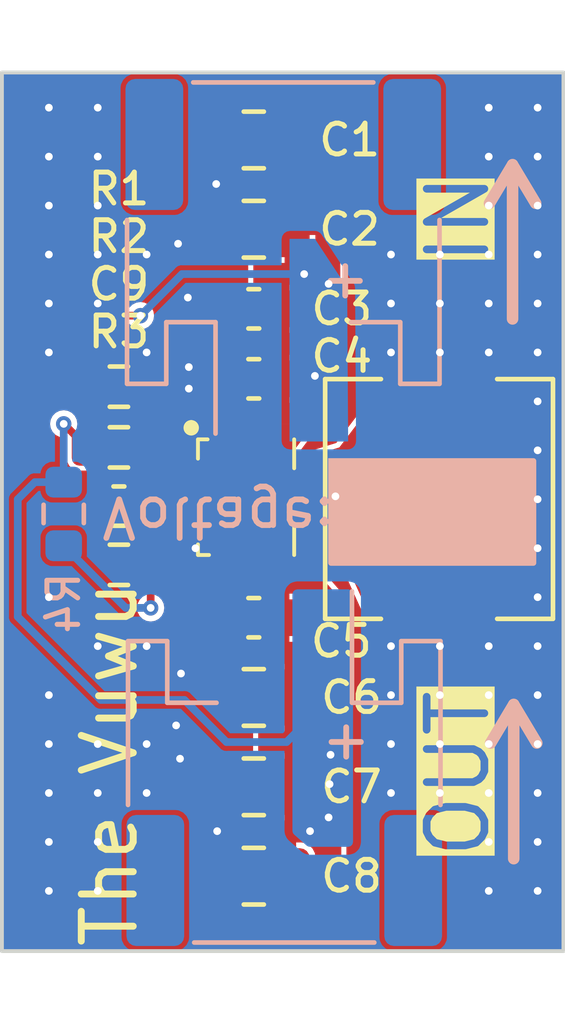
<source format=kicad_pcb>
(kicad_pcb (version 20221018) (generator pcbnew)
  (layers (0 "F.Cu" signal) (31 "B.Cu" signal) (34 "B.Paste" user) (35 "F.Paste" user) (36 "B.SilkS" user "B.Silkscreen") (37 "F.SilkS" user "F.Silkscreen") (38 "B.Mask" user) (39 "F.Mask" user) (44 "Edge.Cuts" user))
  (net 0 "")
  (net 1 "GND")
  (net 2 "/VIN")
  (net 3 "/VOUT")
  (net 4 "/VAUX")
  (net 5 "/EN")
  (net 6 "/FB")
  (net 7 "/L2")
  (net 8 "/L1")
  (net 9 "/PG")
  (footprint "Capacitor_SMD:C_0805_2012Metric" (layer "F.Cu") (at 45.2242 31.6484 180)
    (fp_text reference "C1" (at -2.4892 0) (layer "F.SilkS") (effects (font (size 0.8 0.8) (thickness 0.13))))
    (fp_text value "10uF")
    (fp_line (start -0.261252 -0.735) (end 0.261252 -0.735) (stroke (width 0.12)) (layer "F.SilkS"))
    (fp_line (start -0.261252 0.735) (end 0.261252 0.735) (stroke (width 0.12)) (layer "F.SilkS"))
    (pad "1" smd roundrect (at -0.95 0 180) (size 1 1.45) (layers "F.Cu" "F.Paste" "F.Mask") (net 2 "/VIN"))
    (pad "2" smd roundrect (at 0.95 0 180) (size 1 1.45) (layers "F.Cu" "F.Paste" "F.Mask") (net 1 "GND"))
  )
  (footprint "Capacitor_SMD:C_0805_2012Metric" (layer "F.Cu") (at 45.2242 33.964266 180)
    (fp_text reference "C2" (at -2.4892 0) (layer "F.SilkS") (effects (font (size 0.8 0.8) (thickness 0.13))))
    (fp_text value "10uF")
    (fp_line (start -0.261252 -0.735) (end 0.261252 -0.735) (stroke (width 0.12)) (layer "F.SilkS"))
    (fp_line (start -0.261252 0.735) (end 0.261252 0.735) (stroke (width 0.12)) (layer "F.SilkS"))
    (pad "1" smd roundrect (at -0.95 0 180) (size 1 1.45) (layers "F.Cu" "F.Paste" "F.Mask") (net 2 "/VIN"))
    (pad "2" smd roundrect (at 0.95 0 180) (size 1 1.45) (layers "F.Cu" "F.Paste" "F.Mask") (net 1 "GND"))
  )
  (footprint "Capacitor_SMD:C_0805_2012Metric" (layer "F.Cu") (at 45.2242 46.112133 180)
    (fp_text reference "C6" (at -2.54 0) (layer "F.SilkS") (effects (font (size 0.8 0.8) (thickness 0.13))))
    (fp_text value "22uF")
    (fp_line (start -0.261252 -0.735) (end 0.261252 -0.735) (stroke (width 0.12)) (layer "F.SilkS"))
    (fp_line (start -0.261252 0.735) (end 0.261252 0.735) (stroke (width 0.12)) (layer "F.SilkS"))
    (pad "1" smd roundrect (at -0.95 0 180) (size 1 1.45) (layers "F.Cu" "F.Paste" "F.Mask") (net 3 "/VOUT"))
    (pad "2" smd roundrect (at 0.95 0 180) (size 1 1.45) (layers "F.Cu" "F.Paste" "F.Mask") (net 1 "GND"))
  )
  (footprint "Capacitor_SMD:C_0603_1608Metric" (layer "F.Cu") (at 45.2242 36.030132 180)
    (fp_text reference "C3" (at -2.286 0) (layer "F.SilkS") (effects (font (size 0.8 0.8) (thickness 0.13))))
    (fp_text value "10uF")
    (fp_line (start -0.14058 -0.51) (end 0.14058 -0.51) (stroke (width 0.12)) (layer "F.SilkS"))
    (fp_line (start -0.14058 0.51) (end 0.14058 0.51) (stroke (width 0.12)) (layer "F.SilkS"))
    (pad "1" smd roundrect (at -0.775 0 180) (size 0.9 0.95) (layers "F.Cu" "F.Paste" "F.Mask") (net 2 "/VIN"))
    (pad "2" smd roundrect (at 0.775 0 180) (size 0.9 0.95) (layers "F.Cu" "F.Paste" "F.Mask") (net 1 "GND"))
  )
  (footprint "Resistor_SMD:R_0603_1608Metric" (layer "F.Cu") (at 41.719 38.0492)
    (fp_text reference "R1" (at 0 -5.1308) (layer "F.SilkS") (effects (font (size 0.8 0.8) (thickness 0.13))))
    (fp_text value "10k")
    (fp_line (start -0.237258 -0.5225) (end 0.237258 -0.5225) (stroke (width 0.12)) (layer "F.SilkS"))
    (fp_line (start -0.237258 0.5225) (end 0.237258 0.5225) (stroke (width 0.12)) (layer "F.SilkS"))
    (pad "1" smd roundrect (at -0.825 0) (size 0.8 0.95) (layers "F.Cu" "F.Paste" "F.Mask") (net 2 "/VIN"))
    (pad "2" smd roundrect (at 0.825 0) (size 0.8 0.95) (layers "F.Cu" "F.Paste" "F.Mask") (net 5 "/EN"))
  )
  (footprint "Capacitor_SMD:C_0603_1608Metric" (layer "F.Cu") (at 45.2242 37.846 180)
    (fp_text reference "C4" (at -2.286 0.5842) (layer "F.SilkS") (effects (font (size 0.8 0.8) (thickness 0.13))))
    (fp_text value "100n")
    (fp_line (start -0.14058 -0.51) (end 0.14058 -0.51) (stroke (width 0.12)) (layer "F.SilkS"))
    (fp_line (start -0.14058 0.51) (end 0.14058 0.51) (stroke (width 0.12)) (layer "F.SilkS"))
    (pad "1" smd roundrect (at -0.775 0 180) (size 0.9 0.95) (layers "F.Cu" "F.Paste" "F.Mask") (net 2 "/VIN"))
    (pad "2" smd roundrect (at 0.775 0 180) (size 0.9 0.95) (layers "F.Cu" "F.Paste" "F.Mask") (net 1 "GND"))
  )
  (footprint "Resistor_SMD:R_0603_1608Metric" (layer "F.Cu") (at 41.719 42.672 180)
    (fp_text reference "R3" (at 0 6.0452) (layer "F.SilkS") (effects (font (size 0.8 0.8) (thickness 0.13))))
    (fp_text value "10k")
    (fp_line (start -0.237258 -0.5225) (end 0.237258 -0.5225) (stroke (width 0.12)) (layer "F.SilkS"))
    (fp_line (start -0.237258 0.5225) (end 0.237258 0.5225) (stroke (width 0.12)) (layer "F.SilkS"))
    (pad "1" smd roundrect (at -0.825 0 180) (size 0.8 0.95) (layers "F.Cu" "F.Paste" "F.Mask") (net 6 "/FB"))
    (pad "2" smd roundrect (at 0.825 0 180) (size 0.8 0.95) (layers "F.Cu" "F.Paste" "F.Mask") (net 1 "GND"))
  )
  (footprint "Capacitor_SMD:C_0603_1608Metric" (layer "F.Cu") (at 45.2242 44.0436 180)
    (fp_text reference "C5" (at -2.2738 -0.6096) (layer "F.SilkS") (effects (font (size 0.8 0.8) (thickness 0.13))))
    (fp_text value "10uF")
    (fp_line (start -0.14058 -0.51) (end 0.14058 -0.51) (stroke (width 0.12)) (layer "F.SilkS"))
    (fp_line (start -0.14058 0.51) (end 0.14058 0.51) (stroke (width 0.12)) (layer "F.SilkS"))
    (pad "1" smd roundrect (at -0.775 0 180) (size 0.9 0.95) (layers "F.Cu" "F.Paste" "F.Mask") (net 3 "/VOUT"))
    (pad "2" smd roundrect (at 0.775 0 180) (size 0.9 0.95) (layers "F.Cu" "F.Paste" "F.Mask") (net 1 "GND"))
  )
  (footprint "Capacitor_SMD:C_0805_2012Metric" (layer "F.Cu") (at 45.2242 48.430666 180)
    (fp_text reference "C7" (at -2.54 0) (layer "F.SilkS") (effects (font (size 0.8 0.8) (thickness 0.13))))
    (fp_text value "22uF")
    (fp_line (start -0.261252 -0.735) (end 0.261252 -0.735) (stroke (width 0.12)) (layer "F.SilkS"))
    (fp_line (start -0.261252 0.735) (end 0.261252 0.735) (stroke (width 0.12)) (layer "F.SilkS"))
    (pad "1" smd roundrect (at -0.95 0 180) (size 1 1.45) (layers "F.Cu" "F.Paste" "F.Mask") (net 3 "/VOUT"))
    (pad "2" smd roundrect (at 0.95 0 180) (size 1 1.45) (layers "F.Cu" "F.Paste" "F.Mask") (net 1 "GND"))
  )
  (footprint "Capacitor_SMD:C_0603_1608Metric" (layer "F.Cu") (at 41.719 41.148 180)
    (fp_text reference "C9" (at 0 5.757334) (layer "F.SilkS") (effects (font (size 0.8 0.8) (thickness 0.13))))
    (fp_text value "100n")
    (fp_line (start -0.14058 -0.51) (end 0.14058 -0.51) (stroke (width 0.12)) (layer "F.SilkS"))
    (fp_line (start -0.14058 0.51) (end 0.14058 0.51) (stroke (width 0.12)) (layer "F.SilkS"))
    (pad "1" smd roundrect (at -0.775 0 180) (size 0.9 0.95) (layers "F.Cu" "F.Paste" "F.Mask") (net 4 "/VAUX"))
    (pad "2" smd roundrect (at 0.775 0 180) (size 0.9 0.95) (layers "F.Cu" "F.Paste" "F.Mask") (net 1 "GND"))
  )
  (footprint "Inductor_SMD:L_Chilisin_BMRA00050530" (layer "F.Cu") (at 50.038 40.9628 -90)
    (fp_text reference "L1" hide)
    (fp_text value "1.5uH")
    (fp_line (start -3.11 -2.96) (end -3.11 -1.51) (stroke (width 0.12)) (layer "F.SilkS"))
    (fp_line (start -3.11 -2.96) (end 3.11 -2.96) (stroke (width 0.12)) (layer "F.SilkS"))
    (fp_line (start -3.11 2.96) (end -3.11 1.51) (stroke (width 0.12)) (layer "F.SilkS"))
    (fp_line (start -3.11 2.96) (end 3.11 2.96) (stroke (width 0.12)) (layer "F.SilkS"))
    (fp_line (start 3.11 -2.96) (end 3.11 -1.51) (stroke (width 0.12)) (layer "F.SilkS"))
    (fp_line (start 3.11 2.96) (end 3.11 1.51) (stroke (width 0.12)) (layer "F.SilkS"))
    (pad "1" smd rect (at -2.05 0 270) (size 1.9 2.5) (layers "F.Cu" "F.Paste" "F.Mask") (net 8 "/L1"))
    (pad "2" smd rect (at 2.05 0 270) (size 1.9 2.5) (layers "F.Cu" "F.Paste" "F.Mask") (net 7 "/L2"))
  )
  (footprint "SamacSys:TPS630701RNMR" (layer "F.Cu") (at 44.4982 40.9164)
    (fp_text reference "IC1" hide)
    (fp_text value "TPS63070RNMR" hide)
    (fp_line (start -0.9 -1.9) (end -0.9 -1.9) (stroke (width 0.2)) (layer "F.SilkS"))
    (fp_line (start -0.9 -1.7) (end -0.9 -1.7) (stroke (width 0.2)) (layer "F.SilkS"))
    (fp_line (start -0.725 -1.5) (end -0.475 -1.5) (stroke (width 0.1)) (layer "F.SilkS"))
    (fp_line (start -0.725 -1) (end -0.725 -1.5) (stroke (width 0.1)) (layer "F.SilkS"))
    (fp_line (start -0.725 1.5) (end -0.725 1.225) (stroke (width 0.1)) (layer "F.SilkS"))
    (fp_line (start -0.438 1.5) (end -0.725 1.5) (stroke (width 0.1)) (layer "F.SilkS"))
    (fp_line (start 1.775 -1.5) (end 1.775 -0.75) (stroke (width 0.1)) (layer "F.SilkS"))
    (fp_line (start 1.775 0.75) (end 1.775 1.5) (stroke (width 0.1)) (layer "F.SilkS"))
    (fp_arc (start -0.9 -1.9) (mid -0.8 -1.8) (end -0.9 -1.7) (stroke (width 0.2)) (layer "F.SilkS"))
    (fp_arc (start -0.9 -1.7) (mid -1 -1.8) (end -0.9 -1.9) (stroke (width 0.2)) (layer "F.SilkS"))
    (pad "1" smd rect (at -0.438 -0.75 90) (size 0.25 0.6) (layers "F.Cu" "F.Paste" "F.Mask") (net 5 "/EN"))
    (pad "2" smd rect (at -0.438 -0.25 90) (size 0.25 0.6) (layers "F.Cu" "F.Paste" "F.Mask") (net 9 "/PG"))
    (pad "3" smd rect (at -0.438 0.25 90) (size 0.25 0.6) (layers "F.Cu" "F.Paste" "F.Mask") (net 4 "/VAUX"))
    (pad "4" smd rect (at -0.438 0.75 90) (size 0.25 0.6) (layers "F.Cu" "F.Paste" "F.Mask") (net 1 "GND"))
    (pad "5" smd rect (at -0.012 1.4) (size 0.25 0.6) (layers "F.Cu" "F.Paste" "F.Mask") (net 6 "/FB"))
    (pad "6" smd rect (at 0.488 1.4) (size 0.25 0.6) (layers "F.Cu" "F.Paste" "F.Mask") (net 1 "GND"))
    (pad "7" smd rect (at 0.988 1.4) (size 0.25 0.6) (layers "F.Cu" "F.Paste" "F.Mask") (net 3 "/VOUT"))
    (pad "7" smd rect (at 1.238 1.225) (size 0.25 0.25) (layers "F.Cu" "F.Paste" "F.Mask") (net 3 "/VOUT"))
    (pad "8" smd rect (at 1.488 1.4) (size 0.25 0.6) (layers "F.Cu" "F.Paste" "F.Mask") (net 3 "/VOUT"))
    (pad "9" smd rect (at 1.488 0.5 90) (size 0.25 1.35) (layers "F.Cu" "F.Paste" "F.Mask") (net 7 "/L2"))
    (pad "10" smd rect (at 1.313 0 90) (size 0.25 1.7) (layers "F.Cu" "F.Paste" "F.Mask") (net 1 "GND"))
    (pad "11" smd rect (at 1.488 -0.5 90) (size 0.25 1.35) (layers "F.Cu" "F.Paste" "F.Mask") (net 8 "/L1"))
    (pad "12" smd rect (at 1.238 -1.225) (size 0.25 0.25) (layers "F.Cu" "F.Paste" "F.Mask") (net 2 "/VIN"))
    (pad "12" smd rect (at 1.488 -1.4) (size 0.25 0.6) (layers "F.Cu" "F.Paste" "F.Mask") (net 2 "/VIN"))
    (pad "13" smd rect (at 0.988 -1.4) (size 0.25 0.6) (layers "F.Cu" "F.Paste" "F.Mask") (net 2 "/VIN"))
    (pad "14" smd rect (at 0.488 -1.4) (size 0.25 0.6) (layers "F.Cu" "F.Paste" "F.Mask") (net 5 "/EN"))
    (pad "15" smd rect (at -0.012 -1.4) (size 0.25 0.6) (layers "F.Cu" "F.Paste" "F.Mask") (net 1 "GND"))
  )
  (footprint "Capacitor_SMD:C_0805_2012Metric" (layer "F.Cu") (at 45.2242 50.7492 180)
    (fp_text reference "C8" (at -2.54 0) (layer "F.SilkS") (effects (font (size 0.8 0.8) (thickness 0.13))))
    (fp_text value "22uF")
    (fp_line (start -0.261252 -0.735) (end 0.261252 -0.735) (stroke (width 0.12)) (layer "F.SilkS"))
    (fp_line (start -0.261252 0.735) (end 0.261252 0.735) (stroke (width 0.12)) (layer "F.SilkS"))
    (pad "1" smd roundrect (at -0.95 0 180) (size 1 1.45) (layers "F.Cu" "F.Paste" "F.Mask") (net 3 "/VOUT"))
    (pad "2" smd roundrect (at 0.95 0 180) (size 1 1.45) (layers "F.Cu" "F.Paste" "F.Mask") (net 1 "GND"))
  )
  (footprint "Resistor_SMD:R_0603_1608Metric" (layer "F.Cu") (at 41.719 39.624)
    (fp_text reference "R2" (at 0 -5.469467) (layer "F.SilkS") (effects (font (size 0.8 0.8) (thickness 0.13))))
    (fp_text value "100k")
    (fp_line (start -0.237258 -0.5225) (end 0.237258 -0.5225) (stroke (width 0.12)) (layer "F.SilkS"))
    (fp_line (start -0.237258 0.5225) (end 0.237258 0.5225) (stroke (width 0.12)) (layer "F.SilkS"))
    (pad "1" smd roundrect (at -0.825 0) (size 0.8 0.95) (layers "F.Cu" "F.Paste" "F.Mask") (net 3 "/VOUT"))
    (pad "2" smd roundrect (at 0.825 0) (size 0.8 0.95) (layers "F.Cu" "F.Paste" "F.Mask") (net 9 "/PG"))
  )
  (footprint "Connector_JST:JST_PH_S2B-PH-SM4-TB_1x02-1MP_P2.00mm_Horizontal" (layer "B.Cu") (at 46.0154 47.9604 180)
    (fp_text reference "J2" hide)
    (fp_text value "OUTPUT")
    (fp_line (start -4.06 -0.94) (end -4.06 3.31) (stroke (width 0.12)) (layer "B.SilkS"))
    (fp_line (start -4.06 3.31) (end -3.04 3.31) (stroke (width 0.12)) (layer "B.SilkS"))
    (fp_line (start -3.04 1.71) (end -1.76 1.71) (stroke (width 0.12)) (layer "B.SilkS"))
    (fp_line (start -3.04 3.31) (end -3.04 1.71) (stroke (width 0.12)) (layer "B.SilkS"))
    (fp_line (start -2.34 -4.51) (end 2.34 -4.51) (stroke (width 0.12)) (layer "B.SilkS"))
    (fp_line (start -1.76 1.71) (end -1.76 4.6) (stroke (width 0.12)) (layer "B.SilkS"))
    (fp_line (start 3.04 1.71) (end 1.76 1.71) (stroke (width 0.12)) (layer "B.SilkS"))
    (fp_line (start 3.04 3.31) (end 3.04 1.71) (stroke (width 0.12)) (layer "B.SilkS"))
    (fp_line (start 4.06 -0.94) (end 4.06 3.31) (stroke (width 0.12)) (layer "B.SilkS"))
    (fp_line (start 4.06 3.31) (end 3.04 3.31) (stroke (width 0.12)) (layer "B.SilkS"))
    (pad "1" smd roundrect (at -1 2.85 180) (size 1 3.5) (layers "B.Cu" "B.Paste" "B.Mask") (net 3 "/VOUT"))
    (pad "2" smd roundrect (at 1 2.85 180) (size 1 3.5) (layers "B.Cu" "B.Paste" "B.Mask") (net 1 "GND"))
    (pad "MP" smd roundrect (at -3.35 -2.9 180) (size 1.5 3.4) (layers "B.Cu" "B.Paste" "B.Mask") (roundrect_rratio 0.1666673333))
    (pad "MP" smd roundrect (at 3.35 -2.9 180) (size 1.5 3.4) (layers "B.Cu" "B.Paste" "B.Mask") (roundrect_rratio 0.1666673333))
  )
  (footprint "Resistor_SMD:R_0603_1608Metric" (layer "B.Cu") (at 40.2844 41.3512 -90)
    (fp_text reference "R4" (at 2.3114 0 90 unlocked) (layer "B.SilkS") (effects (font (size 0.8 0.8) (thickness 0.13)) (justify mirror)))
    (fp_text value "Ref_Table")
    (fp_line (start -0.237258 -0.5225) (end 0.237258 -0.5225) (stroke (width 0.12)) (layer "B.SilkS"))
    (fp_line (start -0.237258 0.5225) (end 0.237258 0.5225) (stroke (width 0.12)) (layer "B.SilkS"))
    (pad "1" smd roundrect (at -0.825 0 270) (size 0.8 0.95) (layers "B.Cu" "B.Paste" "B.Mask") (net 3 "/VOUT"))
    (pad "2" smd roundrect (at 0.825 0 270) (size 0.8 0.95) (layers "B.Cu" "B.Paste" "B.Mask") (net 6 "/FB"))
  )
  (footprint "Connector_JST:JST_PH_S2B-PH-SM4-TB_1x02-1MP_P2.00mm_Horizontal" (layer "B.Cu") (at 45.99 34.6658)
    (fp_text reference "J1" hide)
    (fp_text value "INPUT")
    (fp_line (start -4.06 -0.94) (end -4.06 3.31) (stroke (width 0.12)) (layer "B.SilkS"))
    (fp_line (start -4.06 3.31) (end -3.04 3.31) (stroke (width 0.12)) (layer "B.SilkS"))
    (fp_line (start -3.04 1.71) (end -1.76 1.71) (stroke (width 0.12)) (layer "B.SilkS"))
    (fp_line (start -3.04 3.31) (end -3.04 1.71) (stroke (width 0.12)) (layer "B.SilkS"))
    (fp_line (start -2.34 -4.51) (end 2.34 -4.51) (stroke (width 0.12)) (layer "B.SilkS"))
    (fp_line (start -1.76 1.71) (end -1.76 4.6) (stroke (width 0.12)) (layer "B.SilkS"))
    (fp_line (start 3.04 1.71) (end 1.76 1.71) (stroke (width 0.12)) (layer "B.SilkS"))
    (fp_line (start 3.04 3.31) (end 3.04 1.71) (stroke (width 0.12)) (layer "B.SilkS"))
    (fp_line (start 4.06 -0.94) (end 4.06 3.31) (stroke (width 0.12)) (layer "B.SilkS"))
    (fp_line (start 4.06 3.31) (end 3.04 3.31) (stroke (width 0.12)) (layer "B.SilkS"))
    (pad "1" smd roundrect (at -1 2.85) (size 1 3.5) (layers "B.Cu" "B.Paste" "B.Mask") (net 1 "GND"))
    (pad "2" smd roundrect (at 1 2.85) (size 1 3.5) (layers "B.Cu" "B.Paste" "B.Mask") (net 2 "/VIN"))
    (pad "MP" smd roundrect (at -3.35 -2.9) (size 1.5 3.4) (layers "B.Cu" "B.Paste" "B.Mask") (roundrect_rratio 0.1666673333))
    (pad "MP" smd roundrect (at 3.35 -2.9) (size 1.5 3.4) (layers "B.Cu" "B.Paste" "B.Mask") (roundrect_rratio 0.1666673333))
  )
  (gr_line (start 51.9478 32.2914) (end 51.3478 33.2914) (stroke (width 0.3)) (layer "B.SilkS"))
  (gr_rect (start 47.2313 39.9796) (end 52.4891 42.6212) (stroke (width 0.15)) (fill solid) (layer "B.SilkS"))
  (gr_line (start 51.978 50.2948) (end 51.978 46.2948) (stroke (width 0.3)) (layer "B.SilkS"))
  (gr_line (start 51.9478 36.2914) (end 51.9478 32.2914) (stroke (width 0.3)) (layer "B.SilkS"))
  (gr_line (start 51.9478 32.2914) (end 52.5478 33.2914) (stroke (width 0.3)) (layer "B.SilkS"))
  (gr_line (start 51.978 46.2948) (end 52.578 47.2948) (stroke (width 0.3)) (layer "B.SilkS"))
  (gr_line (start 51.978 46.2948) (end 51.378 47.2948) (stroke (width 0.3)) (layer "B.SilkS"))
  (gr_rect (start 38.6792 29.8984) (end 53.27 52.6924) (stroke (width 0.1)) (fill none) (layer "Edge.Cuts"))
  (gr_text "+" (at 47.625 47.1932) (layer "B.SilkS") (effects (font (size 1 1)) (justify mirror)))
  (gr_text "+" (at 47.5996 35.2298) (layer "B.SilkS") (effects (font (size 1 1)) (justify mirror)))
  (gr_text "Voltage:" (at 41.1988 40.8432 180) (layer "B.SilkS") (effects (font (size 1 1)) (justify left bottom mirror)))
  (gr_text "IN" (at 51.4096 34.9758 90) (layer "F.SilkS" knockout) (effects (font (size 1.5 1.5) (thickness 0.2)) (justify left bottom)))
  (gr_text "OUT" (at 51.4096 50.3682 90) (layer "F.SilkS" knockout) (effects (font (size 1.5 1.5) (thickness 0.2)) (justify left bottom)))
  (gr_text "The Vuwu" (at 42.2656 52.6796 90) (layer "F.SilkS") (effects (font (size 1.35 1.35) (thickness 0.18)) (justify left bottom)))
  (via (at 52.5992 34.6208) (size 0.4) (drill 0.2) (layers "F.Cu" "B.Cu") (net 1))
  (via (at 39.8992 34.6208) (size 0.4) (drill 0.2) (layers "F.Cu" "B.Cu") (net 1))
  (via (at 41.1692 48.5908) (size 0.4) (drill 0.2) (layers "F.Cu" "B.Cu") (net 1))
  (via (at 51.3292 44.7808) (size 0.4) (drill 0.2) (layers "F.Cu" "B.Cu") (net 1))
  (via (at 52.5992 51.1308) (size 0.4) (drill 0.2) (layers "F.Cu" "B.Cu") (net 1))
  (via (at 41.1692 47.3208) (size 0.4) (drill 0.2) (layers "F.Cu" "B.Cu") (net 1))
  (via (at 51.3292 49.8608) (size 0.4) (drill 0.2) (layers "F.Cu" "B.Cu") (net 1))
  (via (at 51.3292 37.1608) (size 0.4) (drill 0.2) (layers "F.Cu" "B.Cu") (net 1))
  (via (at 42.4392 37.1608) (size 0.4) (drill 0.2) (layers "F.Cu" "B.Cu") (net 1))
  (via (at 41.1692 51.1308) (size 0.4) (drill 0.2) (layers "F.Cu" "B.Cu") (net 1))
  (via (at 41.1692 32.0808) (size 0.4) (drill 0.2) (layers "F.Cu" "B.Cu") (net 1))
  (via (at 39.8992 35.8908) (size 0.4) (drill 0.2) (layers "F.Cu" "B.Cu") (net 1))
  (via (at 43.7092 42.2408) (size 0.4) (drill 0.2) (layers "F.Cu" "B.Cu") (net 1))
  (via (at 41.1692 35.8908) (size 0.4) (drill 0.2) (layers "F.Cu" "B.Cu") (net 1))
  (via (at 48.7892 47.3208) (size 0.4) (drill 0.2) (layers "F.Cu" "B.Cu") (net 1))
  (via (at 52.5992 46.0508) (size 0.4) (drill 0.2) (layers "F.Cu" "B.Cu") (net 1))
  (via (at 51.3292 30.8108) (size 0.4) (drill 0.2) (layers "F.Cu" "B.Cu") (net 1))
  (via (at 44.2468 32.7914) (size 0.4) (drill 0.2) (layers "F.Cu" "B.Cu") (net 1))
  (via (at 48.7892 37.1608) (size 0.4) (drill 0.2) (layers "F.Cu" "B.Cu") (net 1))
  (via (at 39.8992 47.3208) (size 0.4) (drill 0.2) (layers "F.Cu" "B.Cu") (net 1))
  (via (at 52.5992 47.3208) (size 0.4) (drill 0.2) (layers "F.Cu" "B.Cu") (net 1))
  (via (at 52.5992 30.8108) (size 0.4) (drill 0.2) (layers "F.Cu" "B.Cu") (net 1))
  (via (at 50.0592 48.5908) (size 0.4) (drill 0.2) (layers "F.Cu" "B.Cu") (net 1))
  (via (at 51.3292 35.8908) (size 0.4) (drill 0.2) (layers "F.Cu" "B.Cu") (net 1))
  (via (at 41.1692 49.8608) (size 0.4) (drill 0.2) (layers "F.Cu" "B.Cu") (net 1))
  (via (at 39.8992 37.1608) (size 0.4) (drill 0.2) (layers "F.Cu" "B.Cu") (net 1))
  (via (at 50.0592 47.3208) (size 0.4) (drill 0.2) (layers "F.Cu" "B.Cu") (net 1))
  (via (at 52.5992 32.0808) (size 0.4) (drill 0.2) (layers "F.Cu" "B.Cu") (net 1))
  (via (at 51.3292 46.0508) (size 0.4) (drill 0.2) (layers "F.Cu" "B.Cu") (net 1))
  (via (at 39.8992 43.5108) (size 0.4) (drill 0.2) (layers "F.Cu" "B.Cu") (net 1))
  (via (at 42.4392 47.3208) (size 0.4) (drill 0.2) (layers "F.Cu" "B.Cu") (net 1))
  (via (at 52.5992 40.9708) (size 0.4) (drill 0.2) (layers "F.Cu" "B.Cu") (net 1))
  (via (at 48.7892 34.6208) (size 0.4) (drill 0.2) (layers "F.Cu" "B.Cu") (net 1))
  (via (at 48.7892 35.8908) (size 0.4) (drill 0.2) (layers "F.Cu" "B.Cu") (net 1))
  (via (at 43.3324 45.4914) (size 0.4) (drill 0.2) (layers "F.Cu" "B.Cu") (net 1))
  (via (at 43.5356 37.5412) (size 0.4) (drill 0.2) (layers "F.Cu" "B.Cu") (net 1))
  (via (at 50.0592 35.8908) (size 0.4) (drill 0.2) (layers "F.Cu" "B.Cu") (net 1))
  (via (at 52.5992 33.3508) (size 0.4) (drill 0.2) (layers "F.Cu" "B.Cu") (net 1))
  (via (at 39.8992 49.8608) (size 0.4) (drill 0.2) (layers "F.Cu" "B.Cu") (net 1))
  (via (at 44.2722 49.5808) (size 0.4) (drill 0.2) (layers "F.Cu" "B.Cu") (net 1))
  (via (at 39.8992 33.3508) (size 0.4) (drill 0.2) (layers "F.Cu" "B.Cu") (net 1))
  (via (at 51.3292 48.5908) (size 0.4) (drill 0.2) (layers "F.Cu" "B.Cu") (net 1))
  (via (at 41.1692 33.3508) (size 0.4) (drill 0.2) (layers "F.Cu" "B.Cu") (net 1))
  (via (at 50.0592 34.6208) (size 0.4) (drill 0.2) (layers "F.Cu" "B.Cu") (net 1))
  (via (at 43.5102 35.7378) (size 0.4) (drill 0.2) (layers "F.Cu" "B.Cu") (net 1))
  (via (at 52.5992 35.8908) (size 0.4) (drill 0.2) (layers "F.Cu" "B.Cu") (net 1))
  (via (at 41.1692 44.7808) (size 0.4) (drill 0.2) (layers "F.Cu" "B.Cu") (net 1))
  (via (at 51.3292 34.6208) (size 0.4) (drill 0.2) (layers "F.Cu" "B.Cu") (net 1))
  (via (at 39.8992 46.0508) (size 0.4) (drill 0.2) (layers "F.Cu" "B.Cu") (net 1))
  (via (at 43.5356 38.1) (size 0.4) (drill 0.2) (layers "F.Cu" "B.Cu") (net 1))
  (via (at 52.5992 39.7008) (size 0.4) (drill 0.2) (layers "F.Cu" "B.Cu") (net 1))
  (via (at 48.7892 46.0508) (size 0.4) (drill 0.2) (layers "F.Cu" "B.Cu") (net 1))
  (via (at 52.5992 48.5908) (size 0.4) (drill 0.2) (layers "F.Cu" "B.Cu") (net 1))
  (via (at 50.0592 46.0508) (size 0.4) (drill 0.2) (layers "F.Cu" "B.Cu") (net 1))
  (via (at 52.5992 43.5108) (size 0.4) (drill 0.2) (layers "F.Cu" "B.Cu") (net 1))
  (via (at 42.4392 48.5908) (size 0.4) (drill 0.2) (layers "F.Cu" "B.Cu") (net 1))
  (via (at 51.3292 47.3208) (size 0.4) (drill 0.2) (layers "F.Cu" "B.Cu") (net 1))
  (via (at 52.5992 37.1608) (size 0.4) (drill 0.2) (layers "F.Cu" "B.Cu") (net 1))
  (via (at 42.4392 34.6208) (size 0.4) (drill 0.2) (layers "F.Cu" "B.Cu") (net 1))
  (via (at 43.2054 46.8376) (size 0.4) (drill 0.2) (layers "F.Cu" "B.Cu") (net 1))
  (via (at 50.0592 44.7808) (size 0.4) (drill 0.2) (layers "F.Cu" "B.Cu") (net 1))
  (via (at 41.1692 34.6208) (size 0.4) (drill 0.2) (layers "F.Cu" "B.Cu") (net 1))
  (via (at 51.3292 51.1308) (size 0.4) (drill 0.2) (layers "F.Cu" "B.Cu") (net 1))
  (via (at 42.4392 44.7808) (size 0.4) (drill 0.2) (layers "F.Cu" "B.Cu") (net 1))
  (via (at 52.5992 44.7808) (size 0.4) (drill 0.2) (layers "F.Cu" "B.Cu") (net 1))
  (via (at 52.5992 38.4308) (size 0.4) (drill 0.2) (layers "F.Cu" "B.Cu") (net 1))
  (via (at 43.2562 34.3408) (size 0.4) (drill 0.2) (layers "F.Cu" "B.Cu") (net 1))
  (via (at 48.7892 48.5908) (size 0.4) (drill 0.2) (layers "F.Cu" "B.Cu") (net 1))
  (via (at 50.0592 37.1608) (size 0.4) (drill 0.2) (layers "F.Cu" "B.Cu") (net 1))
  (via (at 39.8992 48.5908) (size 0.4) (drill 0.2) (layers "F.Cu" "B.Cu") (net 1))
  (via (at 51.3292 33.3508) (size 0.4) (drill 0.2) (layers "F.Cu" "B.Cu") (net 1))
  (via (at 51.3292 32.0808) (size 0.4) (drill 0.2) (layers "F.Cu" "B.Cu") (net 1))
  (via (at 52.5992 42.2408) (size 0.4) (drill 0.2) (layers "F.Cu" "B.Cu") (net 1))
  (via (at 39.8992 51.1308) (size 0.4) (drill 0.2) (layers "F.Cu" "B.Cu") (net 1))
  (via (at 52.5992 49.8608) (size 0.4) (drill 0.2) (layers "F.Cu" "B.Cu") (net 1))
  (via (at 39.8992 30.8108) (size 0.4) (drill 0.2) (layers "F.Cu" "B.Cu") (net 1))
  (via (at 47.3456 40.894) (size 0.4) (drill 0.2) (layers "F.Cu" "B.Cu") (net 1))
  (via (at 41.1692 30.8108) (size 0.4) (drill 0.2) (layers "F.Cu" "B.Cu") (net 1))
  (via (at 43.307 47.7012) (size 0.4) (drill 0.2) (layers "F.Cu" "B.Cu") (net 1))
  (via (at 39.8992 32.0808) (size 0.4) (drill 0.2) (layers "F.Cu" "B.Cu") (net 1))
  (via (at 48.7892 44.7808) (size 0.4) (drill 0.2) (layers "F.Cu" "B.Cu") (net 1))
  (segment (start 41.7703 36.2077) (end 40.894 37.084) (width 0.2) (layer "F.Cu") (net 2))
  (segment (start 40.894 37.084) (end 40.894 38.0492) (width 0.2) (layer "F.Cu") (net 2))
  (segment (start 42.2783 36.2077) (end 41.7703 36.2077) (width 0.2) (layer "F.Cu") (net 2))
  (via (at 46.8122 37.7698) (size 0.4) (drill 0.2) (layers "F.Cu" "B.Cu") (net 2))
  (via (at 47.1678 35.3822) (size 0.4) (drill 0.2) (layers "F.Cu" "B.Cu") (net 2))
  (via (at 42.2783 36.2077) (size 0.4) (drill 0.2) (layers "F.Cu" "B.Cu") (net 2))
  (via (at 46.5328 35.1282) (size 0.4) (drill 0.2) (layers "F.Cu" "B.Cu") (net 2))
  (segment (start 43.3578 35.1282) (end 42.2783 36.2077) (width 0.2) (layer "B.Cu") (net 2))
  (segment (start 46.5328 35.1282) (end 43.3578 35.1282) (width 0.2) (layer "B.Cu") (net 2))
  (segment (start 40.894 39.624) (end 40.2844 39.0144) (width 0.2) (layer "F.Cu") (net 3))
  (via (at 47.1932 48.3616) (size 0.4) (drill 0.2) (layers "F.Cu" "B.Cu") (net 3))
  (via (at 40.2844 39.0144) (size 0.4) (drill 0.2) (layers "F.Cu" "B.Cu") (net 3))
  (via (at 47.1678 49.2252) (size 0.4) (drill 0.2) (layers "F.Cu" "B.Cu") (net 3))
  (via (at 46.6852 49.5808) (size 0.4) (drill 0.2) (layers "F.Cu" "B.Cu") (net 3))
  (via (at 47.2186 47.5996) (size 0.4) (drill 0.2) (layers "F.Cu" "B.Cu") (net 3))
  (segment (start 47.0154 46.3296) (end 46.0756 47.2694) (width 0.2) (layer "B.Cu") (net 3))
  (segment (start 44.5135 47.2694) (end 43.4213 46.1772) (width 0.2) (layer "B.Cu") (net 3))
  (segment (start 39.0906 44.0182) (end 39.0906 40.9702) (width 0.2) (layer "B.Cu") (net 3))
  (segment (start 47.0154 45.1104) (end 47.0154 46.3296) (width 0.2) (layer "B.Cu") (net 3))
  (segment (start 40.2844 39.0144) (end 40.2844 40.5262) (width 0.2) (layer "B.Cu") (net 3))
  (segment (start 43.4213 46.1772) (end 41.2496 46.1772) (width 0.2) (layer "B.Cu") (net 3))
  (segment (start 39.0906 40.9702) (end 39.5346 40.5262) (width 0.2) (layer "B.Cu") (net 3))
  (segment (start 46.0756 47.2694) (end 44.5135 47.2694) (width 0.2) (layer "B.Cu") (net 3))
  (segment (start 41.2496 46.1772) (end 39.0906 44.0182) (width 0.2) (layer "B.Cu") (net 3))
  (segment (start 39.5346 40.5262) (end 40.2844 40.5262) (width 0.2) (layer "B.Cu") (net 3))
  (segment (start 42.494 41.148) (end 44.0418 41.148) (width 0.2) (layer "F.Cu") (net 4))
  (segment (start 44.0418 41.148) (end 44.0602 41.1664) (width 0.2) (layer "F.Cu") (net 4))
  (segment (start 42.544 38.0492) (end 42.544 38.0736) (width 0.2) (layer "F.Cu") (net 5))
  (segment (start 44.0602 39.5898) (end 44.0602 40.1664) (width 0.2) (layer "F.Cu") (net 5))
  (segment (start 44.0602 40.1664) (end 44.8362 40.1664) (width 0.2) (layer "F.Cu") (net 5))
  (segment (start 42.544 38.0736) (end 44.0602 39.5898) (width 0.2) (layer "F.Cu") (net 5))
  (segment (start 44.9862 40.0164) (end 44.9862 39.5164) (width 0.2) (layer "F.Cu") (net 5))
  (segment (start 44.8362 40.1664) (end 44.9862 40.0164) (width 0.2) (layer "F.Cu") (net 5))
  (segment (start 42.8234 42.9514) (end 44.069 42.9514) (width 0.2) (layer "F.Cu") (net 6))
  (segment (start 44.4862 42.5342) (end 44.4862 42.3164) (width 0.2) (layer "F.Cu") (net 6))
  (segment (start 42.544 43.7886) (end 42.544 42.672) (width 0.2) (layer "F.Cu") (net 6))
  (segment (start 42.544 42.672) (end 42.8234 42.9514) (width 0.2) (layer "F.Cu") (net 6))
  (segment (start 44.069 42.9514) (end 44.4862 42.5342) (width 0.2) (layer "F.Cu") (net 6))
  (via (at 42.544 43.7886) (size 0.4) (drill 0.2) (layers "F.Cu" "B.Cu") (net 6))
  (segment (start 41.8968 43.7886) (end 42.544 43.7886) (width 0.2) (layer "B.Cu") (net 6))
  (segment (start 40.2844 42.1762) (end 41.8968 43.7886) (width 0.2) (layer "B.Cu") (net 6))
  (segment (start 43.5864 40.6664) (end 42.544 39.624) (width 0.2) (layer "F.Cu") (net 9))
  (segment (start 44.0602 40.6664) (end 43.5864 40.6664) (width 0.2) (layer "F.Cu") (net 9))
  (zone (net 8) (net_name "/L1") (layer "F.Cu") (priority 1) (connect_pads yes (clearance 0)) (min_thickness 0.025) (fill yes (thermal_gap 0.5) (thermal_bridge_width 0.5))
    (polygon (pts (xy 45.3136 40.5384) (xy 50.2412 40.5384) (xy 51.435 39.9034) (xy 51.435 37.9222) (xy 48.7426 37.9222) (xy 47.4472 39.624) (xy 45.3136 40.2844)))
  )
  (zone (net 3) (net_name "/VOUT") (layer "F.Cu") (priority 3) (connect_pads (clearance 0)) (min_thickness 0.025) (fill yes (thermal_gap 0.15) (thermal_bridge_width 0.3))
    (polygon (pts (xy 45.339 42.0116) (xy 46.1264 42.0116) (xy 47.498 43.5864) (xy 47.498 51.562) (xy 45.339 51.5366)))
  )
  (zone (net 2) (net_name "/VIN") (layer "F.Cu") (priority 1) (connect_pads (clearance 0)) (min_thickness 0.025) (fill yes (thermal_gap 0.15) (thermal_bridge_width 0.3))
    (polygon (pts (xy 45.212 30.734) (xy 45.212 39.8272) (xy 46.1772 39.8272) (xy 47.4726 38.1) (xy 47.4726 30.734)))
  )
  (zone (net 2) (net_name "/VIN") (layer "F.Cu") (priority 5) (connect_pads yes (clearance 0)) (min_thickness 0.025) (fill yes (thermal_gap 0.15) (thermal_bridge_width 0.3))
    (polygon (pts (xy 45.212 39.8272) (xy 46.1772 39.8272) (xy 46.5836 39.0144) (xy 45.212 39.0144)))
  )
  (zone (net 7) (net_name "/L2") (layer "F.Cu") (priority 2) (connect_pads yes (clearance 0)) (min_thickness 0.25) (fill yes (thermal_gap 0.5) (thermal_bridge_width 0.5))
    (polygon (pts (xy 45.3136 41.2496) (xy 51.435 41.2496) (xy 51.435 43.9928) (xy 48.2346 43.9928) (xy 47.4472 42.2656) (xy 45.3136 41.5544)))
  )
  (zone (net 3) (net_name "/VOUT") (layer "F.Cu") (priority 6) (connect_pads yes (clearance 0)) (min_thickness 0.025) (fill yes (thermal_gap 0) (thermal_bridge_width 0.3))
    (polygon (pts (xy 45.339 42.0116) (xy 46.1264 42.0116) (xy 46.8122 42.799) (xy 45.339 42.799)))
  )
  (zone (net 1) (net_name "GND") (layers "F&B.Cu") (connect_pads yes (clearance 0)) (min_thickness 0.025) (fill yes (thermal_gap 0) (thermal_bridge_width 0.3))
    (polygon (pts (xy 38.6842 29.8958) (xy 53.2638 29.8958) (xy 53.2638 52.6796) (xy 38.6842 52.6796)))
  )
  (zone (net 3) (net_name "/VOUT") (layer "B.Cu") (priority 4) (connect_pads yes (clearance 0.2)) (min_thickness 0.25) (fill yes (thermal_gap 0.3) (thermal_bridge_width 0.5))
    (polygon (pts (xy 46.228 43.307) (xy 46.228 49.6316) (xy 46.6344 49.9872) (xy 47.8028 49.9872) (xy 47.8028 43.307)))
  )
  (zone (net 2) (net_name "/VIN") (layer "B.Cu") (priority 7) (connect_pads yes (clearance 0.2)) (min_thickness 0.025) (fill yes (thermal_gap 0) (thermal_bridge_width 0.3))
    (polygon (pts (xy 46.1518 34.2138) (xy 46.8122 34.2138) (xy 47.6504 35.4838) (xy 47.6758 39.4716) (xy 46.1518 39.4716) (xy 46.1518 35.9918)))
  )
)
</source>
